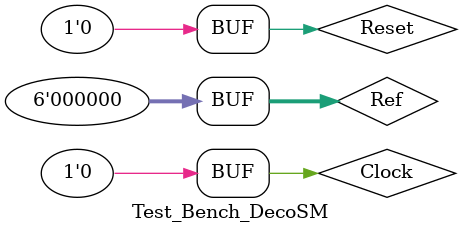
<source format=v>
`timescale 1ns / 1ps


module Test_Bench_DecoSM;

	// Inputs
	reg Clock;
	reg Reset;
	reg [5:0] Ref;

	// Outputs
	wire [7:0] Dato_out;

	// Instantiate the Unit Under Test (UUT)
	Deco_S_M uut (
		.Clock(Clock), 
		.Reset(Reset), 
		.Ref(Ref), 
		.Dato_out(Dato_out)
	);

	initial begin
		// Initialize Inputs
		Clock = 0;
		Reset = 0;
		Ref = 0;

		// Wait 100 ns for global reset to finish
		#100;
        
		// Add stimulus here

	end
      
endmodule


</source>
